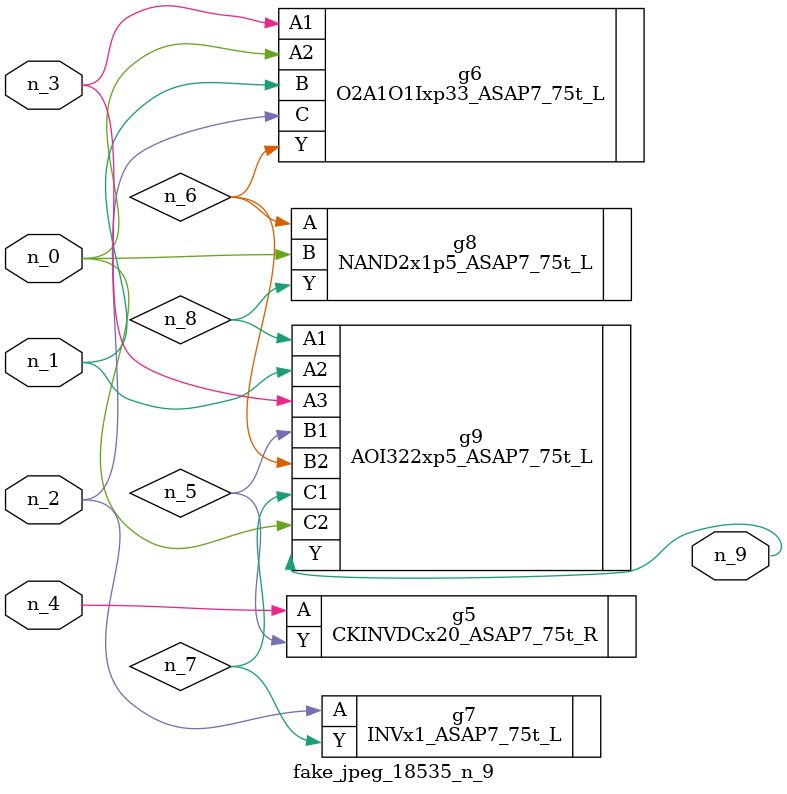
<source format=v>
module fake_jpeg_18535_n_9 (n_3, n_2, n_1, n_0, n_4, n_9);

input n_3;
input n_2;
input n_1;
input n_0;
input n_4;

output n_9;

wire n_8;
wire n_6;
wire n_5;
wire n_7;

CKINVDCx20_ASAP7_75t_R g5 ( 
.A(n_4),
.Y(n_5)
);

O2A1O1Ixp33_ASAP7_75t_L g6 ( 
.A1(n_3),
.A2(n_0),
.B(n_1),
.C(n_2),
.Y(n_6)
);

INVx1_ASAP7_75t_L g7 ( 
.A(n_2),
.Y(n_7)
);

NAND2x1p5_ASAP7_75t_L g8 ( 
.A(n_6),
.B(n_0),
.Y(n_8)
);

AOI322xp5_ASAP7_75t_L g9 ( 
.A1(n_8),
.A2(n_1),
.A3(n_3),
.B1(n_5),
.B2(n_6),
.C1(n_7),
.C2(n_0),
.Y(n_9)
);


endmodule
</source>
